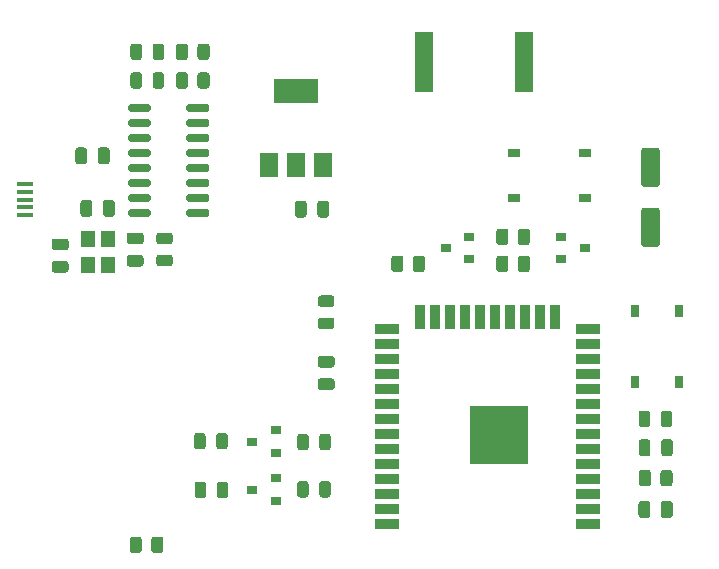
<source format=gtp>
G04 #@! TF.GenerationSoftware,KiCad,Pcbnew,(5.1.9-0-10_14)*
G04 #@! TF.CreationDate,2021-11-18T15:02:34+01:00*
G04 #@! TF.ProjectId,ithowifi_4l,6974686f-7769-4666-995f-346c2e6b6963,rev?*
G04 #@! TF.SameCoordinates,Original*
G04 #@! TF.FileFunction,Paste,Top*
G04 #@! TF.FilePolarity,Positive*
%FSLAX46Y46*%
G04 Gerber Fmt 4.6, Leading zero omitted, Abs format (unit mm)*
G04 Created by KiCad (PCBNEW (5.1.9-0-10_14)) date 2021-11-18 15:02:34*
%MOMM*%
%LPD*%
G01*
G04 APERTURE LIST*
%ADD10R,1.000000X0.750000*%
%ADD11R,1.200000X1.400000*%
%ADD12R,0.750000X1.000000*%
%ADD13R,1.350000X0.400000*%
%ADD14R,1.500000X2.000000*%
%ADD15R,3.800000X2.000000*%
%ADD16R,0.900000X0.800000*%
%ADD17R,2.000000X0.900000*%
%ADD18R,0.900000X2.000000*%
%ADD19R,5.000000X5.000000*%
%ADD20R,1.500000X5.080000*%
G04 APERTURE END LIST*
D10*
X98219000Y-117251000D03*
X104219000Y-117251000D03*
X104219000Y-121001000D03*
X98219000Y-121001000D03*
D11*
X63842000Y-124503000D03*
X63842000Y-126703000D03*
X62142000Y-126703000D03*
X62142000Y-124503000D03*
G36*
G01*
X70513400Y-113564600D02*
X70513400Y-113264600D01*
G75*
G02*
X70663400Y-113114600I150000J0D01*
G01*
X72313400Y-113114600D01*
G75*
G02*
X72463400Y-113264600I0J-150000D01*
G01*
X72463400Y-113564600D01*
G75*
G02*
X72313400Y-113714600I-150000J0D01*
G01*
X70663400Y-113714600D01*
G75*
G02*
X70513400Y-113564600I0J150000D01*
G01*
G37*
G36*
G01*
X70513400Y-114834600D02*
X70513400Y-114534600D01*
G75*
G02*
X70663400Y-114384600I150000J0D01*
G01*
X72313400Y-114384600D01*
G75*
G02*
X72463400Y-114534600I0J-150000D01*
G01*
X72463400Y-114834600D01*
G75*
G02*
X72313400Y-114984600I-150000J0D01*
G01*
X70663400Y-114984600D01*
G75*
G02*
X70513400Y-114834600I0J150000D01*
G01*
G37*
G36*
G01*
X70513400Y-116104600D02*
X70513400Y-115804600D01*
G75*
G02*
X70663400Y-115654600I150000J0D01*
G01*
X72313400Y-115654600D01*
G75*
G02*
X72463400Y-115804600I0J-150000D01*
G01*
X72463400Y-116104600D01*
G75*
G02*
X72313400Y-116254600I-150000J0D01*
G01*
X70663400Y-116254600D01*
G75*
G02*
X70513400Y-116104600I0J150000D01*
G01*
G37*
G36*
G01*
X70513400Y-117374600D02*
X70513400Y-117074600D01*
G75*
G02*
X70663400Y-116924600I150000J0D01*
G01*
X72313400Y-116924600D01*
G75*
G02*
X72463400Y-117074600I0J-150000D01*
G01*
X72463400Y-117374600D01*
G75*
G02*
X72313400Y-117524600I-150000J0D01*
G01*
X70663400Y-117524600D01*
G75*
G02*
X70513400Y-117374600I0J150000D01*
G01*
G37*
G36*
G01*
X70513400Y-118644600D02*
X70513400Y-118344600D01*
G75*
G02*
X70663400Y-118194600I150000J0D01*
G01*
X72313400Y-118194600D01*
G75*
G02*
X72463400Y-118344600I0J-150000D01*
G01*
X72463400Y-118644600D01*
G75*
G02*
X72313400Y-118794600I-150000J0D01*
G01*
X70663400Y-118794600D01*
G75*
G02*
X70513400Y-118644600I0J150000D01*
G01*
G37*
G36*
G01*
X70513400Y-119914600D02*
X70513400Y-119614600D01*
G75*
G02*
X70663400Y-119464600I150000J0D01*
G01*
X72313400Y-119464600D01*
G75*
G02*
X72463400Y-119614600I0J-150000D01*
G01*
X72463400Y-119914600D01*
G75*
G02*
X72313400Y-120064600I-150000J0D01*
G01*
X70663400Y-120064600D01*
G75*
G02*
X70513400Y-119914600I0J150000D01*
G01*
G37*
G36*
G01*
X70513400Y-121184600D02*
X70513400Y-120884600D01*
G75*
G02*
X70663400Y-120734600I150000J0D01*
G01*
X72313400Y-120734600D01*
G75*
G02*
X72463400Y-120884600I0J-150000D01*
G01*
X72463400Y-121184600D01*
G75*
G02*
X72313400Y-121334600I-150000J0D01*
G01*
X70663400Y-121334600D01*
G75*
G02*
X70513400Y-121184600I0J150000D01*
G01*
G37*
G36*
G01*
X70513400Y-122454600D02*
X70513400Y-122154600D01*
G75*
G02*
X70663400Y-122004600I150000J0D01*
G01*
X72313400Y-122004600D01*
G75*
G02*
X72463400Y-122154600I0J-150000D01*
G01*
X72463400Y-122454600D01*
G75*
G02*
X72313400Y-122604600I-150000J0D01*
G01*
X70663400Y-122604600D01*
G75*
G02*
X70513400Y-122454600I0J150000D01*
G01*
G37*
G36*
G01*
X65563400Y-122454600D02*
X65563400Y-122154600D01*
G75*
G02*
X65713400Y-122004600I150000J0D01*
G01*
X67363400Y-122004600D01*
G75*
G02*
X67513400Y-122154600I0J-150000D01*
G01*
X67513400Y-122454600D01*
G75*
G02*
X67363400Y-122604600I-150000J0D01*
G01*
X65713400Y-122604600D01*
G75*
G02*
X65563400Y-122454600I0J150000D01*
G01*
G37*
G36*
G01*
X65563400Y-121184600D02*
X65563400Y-120884600D01*
G75*
G02*
X65713400Y-120734600I150000J0D01*
G01*
X67363400Y-120734600D01*
G75*
G02*
X67513400Y-120884600I0J-150000D01*
G01*
X67513400Y-121184600D01*
G75*
G02*
X67363400Y-121334600I-150000J0D01*
G01*
X65713400Y-121334600D01*
G75*
G02*
X65563400Y-121184600I0J150000D01*
G01*
G37*
G36*
G01*
X65563400Y-119914600D02*
X65563400Y-119614600D01*
G75*
G02*
X65713400Y-119464600I150000J0D01*
G01*
X67363400Y-119464600D01*
G75*
G02*
X67513400Y-119614600I0J-150000D01*
G01*
X67513400Y-119914600D01*
G75*
G02*
X67363400Y-120064600I-150000J0D01*
G01*
X65713400Y-120064600D01*
G75*
G02*
X65563400Y-119914600I0J150000D01*
G01*
G37*
G36*
G01*
X65563400Y-118644600D02*
X65563400Y-118344600D01*
G75*
G02*
X65713400Y-118194600I150000J0D01*
G01*
X67363400Y-118194600D01*
G75*
G02*
X67513400Y-118344600I0J-150000D01*
G01*
X67513400Y-118644600D01*
G75*
G02*
X67363400Y-118794600I-150000J0D01*
G01*
X65713400Y-118794600D01*
G75*
G02*
X65563400Y-118644600I0J150000D01*
G01*
G37*
G36*
G01*
X65563400Y-117374600D02*
X65563400Y-117074600D01*
G75*
G02*
X65713400Y-116924600I150000J0D01*
G01*
X67363400Y-116924600D01*
G75*
G02*
X67513400Y-117074600I0J-150000D01*
G01*
X67513400Y-117374600D01*
G75*
G02*
X67363400Y-117524600I-150000J0D01*
G01*
X65713400Y-117524600D01*
G75*
G02*
X65563400Y-117374600I0J150000D01*
G01*
G37*
G36*
G01*
X65563400Y-116104600D02*
X65563400Y-115804600D01*
G75*
G02*
X65713400Y-115654600I150000J0D01*
G01*
X67363400Y-115654600D01*
G75*
G02*
X67513400Y-115804600I0J-150000D01*
G01*
X67513400Y-116104600D01*
G75*
G02*
X67363400Y-116254600I-150000J0D01*
G01*
X65713400Y-116254600D01*
G75*
G02*
X65563400Y-116104600I0J150000D01*
G01*
G37*
G36*
G01*
X65563400Y-114834600D02*
X65563400Y-114534600D01*
G75*
G02*
X65713400Y-114384600I150000J0D01*
G01*
X67363400Y-114384600D01*
G75*
G02*
X67513400Y-114534600I0J-150000D01*
G01*
X67513400Y-114834600D01*
G75*
G02*
X67363400Y-114984600I-150000J0D01*
G01*
X65713400Y-114984600D01*
G75*
G02*
X65563400Y-114834600I0J150000D01*
G01*
G37*
G36*
G01*
X65563400Y-113564600D02*
X65563400Y-113264600D01*
G75*
G02*
X65713400Y-113114600I150000J0D01*
G01*
X67363400Y-113114600D01*
G75*
G02*
X67513400Y-113264600I0J-150000D01*
G01*
X67513400Y-113564600D01*
G75*
G02*
X67363400Y-113714600I-150000J0D01*
G01*
X65713400Y-113714600D01*
G75*
G02*
X65563400Y-113564600I0J150000D01*
G01*
G37*
G36*
G01*
X65692000Y-125860000D02*
X66642000Y-125860000D01*
G75*
G02*
X66892000Y-126110000I0J-250000D01*
G01*
X66892000Y-126610000D01*
G75*
G02*
X66642000Y-126860000I-250000J0D01*
G01*
X65692000Y-126860000D01*
G75*
G02*
X65442000Y-126610000I0J250000D01*
G01*
X65442000Y-126110000D01*
G75*
G02*
X65692000Y-125860000I250000J0D01*
G01*
G37*
G36*
G01*
X65692000Y-123960000D02*
X66642000Y-123960000D01*
G75*
G02*
X66892000Y-124210000I0J-250000D01*
G01*
X66892000Y-124710000D01*
G75*
G02*
X66642000Y-124960000I-250000J0D01*
G01*
X65692000Y-124960000D01*
G75*
G02*
X65442000Y-124710000I0J250000D01*
G01*
X65442000Y-124210000D01*
G75*
G02*
X65692000Y-123960000I250000J0D01*
G01*
G37*
G36*
G01*
X62542000Y-121445000D02*
X62542000Y-122395000D01*
G75*
G02*
X62292000Y-122645000I-250000J0D01*
G01*
X61792000Y-122645000D01*
G75*
G02*
X61542000Y-122395000I0J250000D01*
G01*
X61542000Y-121445000D01*
G75*
G02*
X61792000Y-121195000I250000J0D01*
G01*
X62292000Y-121195000D01*
G75*
G02*
X62542000Y-121445000I0J-250000D01*
G01*
G37*
G36*
G01*
X64442000Y-121445000D02*
X64442000Y-122395000D01*
G75*
G02*
X64192000Y-122645000I-250000J0D01*
G01*
X63692000Y-122645000D01*
G75*
G02*
X63442000Y-122395000I0J250000D01*
G01*
X63442000Y-121445000D01*
G75*
G02*
X63692000Y-121195000I250000J0D01*
G01*
X64192000Y-121195000D01*
G75*
G02*
X64442000Y-121445000I0J-250000D01*
G01*
G37*
D12*
X108471000Y-136638000D03*
X108471000Y-130638000D03*
X112221000Y-130638000D03*
X112221000Y-136638000D03*
D13*
X56853200Y-122468000D03*
X56853200Y-121818000D03*
X56853200Y-121168000D03*
X56853200Y-120518000D03*
X56853200Y-119868000D03*
G36*
G01*
X110701200Y-142664200D02*
X110701200Y-141714200D01*
G75*
G02*
X110951200Y-141464200I250000J0D01*
G01*
X111451200Y-141464200D01*
G75*
G02*
X111701200Y-141714200I0J-250000D01*
G01*
X111701200Y-142664200D01*
G75*
G02*
X111451200Y-142914200I-250000J0D01*
G01*
X110951200Y-142914200D01*
G75*
G02*
X110701200Y-142664200I0J250000D01*
G01*
G37*
G36*
G01*
X108801200Y-142664200D02*
X108801200Y-141714200D01*
G75*
G02*
X109051200Y-141464200I250000J0D01*
G01*
X109551200Y-141464200D01*
G75*
G02*
X109801200Y-141714200I0J-250000D01*
G01*
X109801200Y-142664200D01*
G75*
G02*
X109551200Y-142914200I-250000J0D01*
G01*
X109051200Y-142914200D01*
G75*
G02*
X108801200Y-142664200I0J250000D01*
G01*
G37*
G36*
G01*
X80687800Y-121508500D02*
X80687800Y-122458500D01*
G75*
G02*
X80437800Y-122708500I-250000J0D01*
G01*
X79937800Y-122708500D01*
G75*
G02*
X79687800Y-122458500I0J250000D01*
G01*
X79687800Y-121508500D01*
G75*
G02*
X79937800Y-121258500I250000J0D01*
G01*
X80437800Y-121258500D01*
G75*
G02*
X80687800Y-121508500I0J-250000D01*
G01*
G37*
G36*
G01*
X82587800Y-121508500D02*
X82587800Y-122458500D01*
G75*
G02*
X82337800Y-122708500I-250000J0D01*
G01*
X81837800Y-122708500D01*
G75*
G02*
X81587800Y-122458500I0J250000D01*
G01*
X81587800Y-121508500D01*
G75*
G02*
X81837800Y-121258500I250000J0D01*
G01*
X82337800Y-121258500D01*
G75*
G02*
X82587800Y-121508500I0J-250000D01*
G01*
G37*
G36*
G01*
X98577500Y-124783002D02*
X98577500Y-123882998D01*
G75*
G02*
X98827498Y-123633000I249998J0D01*
G01*
X99352502Y-123633000D01*
G75*
G02*
X99602500Y-123882998I0J-249998D01*
G01*
X99602500Y-124783002D01*
G75*
G02*
X99352502Y-125033000I-249998J0D01*
G01*
X98827498Y-125033000D01*
G75*
G02*
X98577500Y-124783002I0J249998D01*
G01*
G37*
G36*
G01*
X96752500Y-124783002D02*
X96752500Y-123882998D01*
G75*
G02*
X97002498Y-123633000I249998J0D01*
G01*
X97527502Y-123633000D01*
G75*
G02*
X97777500Y-123882998I0J-249998D01*
G01*
X97777500Y-124783002D01*
G75*
G02*
X97527502Y-125033000I-249998J0D01*
G01*
X97002498Y-125033000D01*
G75*
G02*
X96752500Y-124783002I0J249998D01*
G01*
G37*
G36*
G01*
X70649500Y-108215998D02*
X70649500Y-109116002D01*
G75*
G02*
X70399502Y-109366000I-249998J0D01*
G01*
X69874498Y-109366000D01*
G75*
G02*
X69624500Y-109116002I0J249998D01*
G01*
X69624500Y-108215998D01*
G75*
G02*
X69874498Y-107966000I249998J0D01*
G01*
X70399502Y-107966000D01*
G75*
G02*
X70649500Y-108215998I0J-249998D01*
G01*
G37*
G36*
G01*
X72474500Y-108215998D02*
X72474500Y-109116002D01*
G75*
G02*
X72224502Y-109366000I-249998J0D01*
G01*
X71699498Y-109366000D01*
G75*
G02*
X71449500Y-109116002I0J249998D01*
G01*
X71449500Y-108215998D01*
G75*
G02*
X71699498Y-107966000I249998J0D01*
G01*
X72224502Y-107966000D01*
G75*
G02*
X72474500Y-108215998I0J-249998D01*
G01*
G37*
G36*
G01*
X70649500Y-110641998D02*
X70649500Y-111542002D01*
G75*
G02*
X70399502Y-111792000I-249998J0D01*
G01*
X69874498Y-111792000D01*
G75*
G02*
X69624500Y-111542002I0J249998D01*
G01*
X69624500Y-110641998D01*
G75*
G02*
X69874498Y-110392000I249998J0D01*
G01*
X70399502Y-110392000D01*
G75*
G02*
X70649500Y-110641998I0J-249998D01*
G01*
G37*
G36*
G01*
X72474500Y-110641998D02*
X72474500Y-111542002D01*
G75*
G02*
X72224502Y-111792000I-249998J0D01*
G01*
X71699498Y-111792000D01*
G75*
G02*
X71449500Y-111542002I0J249998D01*
G01*
X71449500Y-110641998D01*
G75*
G02*
X71699498Y-110392000I249998J0D01*
G01*
X72224502Y-110392000D01*
G75*
G02*
X72474500Y-110641998I0J-249998D01*
G01*
G37*
G36*
G01*
X66742500Y-149951998D02*
X66742500Y-150852002D01*
G75*
G02*
X66492502Y-151102000I-249998J0D01*
G01*
X65967498Y-151102000D01*
G75*
G02*
X65717500Y-150852002I0J249998D01*
G01*
X65717500Y-149951998D01*
G75*
G02*
X65967498Y-149702000I249998J0D01*
G01*
X66492502Y-149702000D01*
G75*
G02*
X66742500Y-149951998I0J-249998D01*
G01*
G37*
G36*
G01*
X68567500Y-149951998D02*
X68567500Y-150852002D01*
G75*
G02*
X68317502Y-151102000I-249998J0D01*
G01*
X67792498Y-151102000D01*
G75*
G02*
X67542500Y-150852002I0J249998D01*
G01*
X67542500Y-149951998D01*
G75*
G02*
X67792498Y-149702000I249998J0D01*
G01*
X68317502Y-149702000D01*
G75*
G02*
X68567500Y-149951998I0J-249998D01*
G01*
G37*
G36*
G01*
X62100000Y-117000000D02*
X62100000Y-117950000D01*
G75*
G02*
X61850000Y-118200000I-250000J0D01*
G01*
X61350000Y-118200000D01*
G75*
G02*
X61100000Y-117950000I0J250000D01*
G01*
X61100000Y-117000000D01*
G75*
G02*
X61350000Y-116750000I250000J0D01*
G01*
X61850000Y-116750000D01*
G75*
G02*
X62100000Y-117000000I0J-250000D01*
G01*
G37*
G36*
G01*
X64000000Y-117000000D02*
X64000000Y-117950000D01*
G75*
G02*
X63750000Y-118200000I-250000J0D01*
G01*
X63250000Y-118200000D01*
G75*
G02*
X63000000Y-117950000I0J250000D01*
G01*
X63000000Y-117000000D01*
G75*
G02*
X63250000Y-116750000I250000J0D01*
G01*
X63750000Y-116750000D01*
G75*
G02*
X64000000Y-117000000I0J-250000D01*
G01*
G37*
G36*
G01*
X60292000Y-125468000D02*
X59342000Y-125468000D01*
G75*
G02*
X59092000Y-125218000I0J250000D01*
G01*
X59092000Y-124718000D01*
G75*
G02*
X59342000Y-124468000I250000J0D01*
G01*
X60292000Y-124468000D01*
G75*
G02*
X60542000Y-124718000I0J-250000D01*
G01*
X60542000Y-125218000D01*
G75*
G02*
X60292000Y-125468000I-250000J0D01*
G01*
G37*
G36*
G01*
X60292000Y-127368000D02*
X59342000Y-127368000D01*
G75*
G02*
X59092000Y-127118000I0J250000D01*
G01*
X59092000Y-126618000D01*
G75*
G02*
X59342000Y-126368000I250000J0D01*
G01*
X60292000Y-126368000D01*
G75*
G02*
X60542000Y-126618000I0J-250000D01*
G01*
X60542000Y-127118000D01*
G75*
G02*
X60292000Y-127368000I-250000J0D01*
G01*
G37*
D14*
X77477300Y-118267500D03*
X82077300Y-118267500D03*
X79777300Y-118267500D03*
D15*
X79777300Y-111967500D03*
G36*
G01*
X88887500Y-126168998D02*
X88887500Y-127069002D01*
G75*
G02*
X88637502Y-127319000I-249998J0D01*
G01*
X88112498Y-127319000D01*
G75*
G02*
X87862500Y-127069002I0J249998D01*
G01*
X87862500Y-126168998D01*
G75*
G02*
X88112498Y-125919000I249998J0D01*
G01*
X88637502Y-125919000D01*
G75*
G02*
X88887500Y-126168998I0J-249998D01*
G01*
G37*
G36*
G01*
X90712500Y-126168998D02*
X90712500Y-127069002D01*
G75*
G02*
X90462502Y-127319000I-249998J0D01*
G01*
X89937498Y-127319000D01*
G75*
G02*
X89687500Y-127069002I0J249998D01*
G01*
X89687500Y-126168998D01*
G75*
G02*
X89937498Y-125919000I249998J0D01*
G01*
X90462502Y-125919000D01*
G75*
G02*
X90712500Y-126168998I0J-249998D01*
G01*
G37*
G36*
G01*
X110642500Y-145204602D02*
X110642500Y-144304598D01*
G75*
G02*
X110892498Y-144054600I249998J0D01*
G01*
X111417502Y-144054600D01*
G75*
G02*
X111667500Y-144304598I0J-249998D01*
G01*
X111667500Y-145204602D01*
G75*
G02*
X111417502Y-145454600I-249998J0D01*
G01*
X110892498Y-145454600D01*
G75*
G02*
X110642500Y-145204602I0J249998D01*
G01*
G37*
G36*
G01*
X108817500Y-145204602D02*
X108817500Y-144304598D01*
G75*
G02*
X109067498Y-144054600I249998J0D01*
G01*
X109592502Y-144054600D01*
G75*
G02*
X109842500Y-144304598I0J-249998D01*
G01*
X109842500Y-145204602D01*
G75*
G02*
X109592502Y-145454600I-249998J0D01*
G01*
X109067498Y-145454600D01*
G75*
G02*
X108817500Y-145204602I0J249998D01*
G01*
G37*
G36*
G01*
X97777500Y-126168998D02*
X97777500Y-127069002D01*
G75*
G02*
X97527502Y-127319000I-249998J0D01*
G01*
X97002498Y-127319000D01*
G75*
G02*
X96752500Y-127069002I0J249998D01*
G01*
X96752500Y-126168998D01*
G75*
G02*
X97002498Y-125919000I249998J0D01*
G01*
X97527502Y-125919000D01*
G75*
G02*
X97777500Y-126168998I0J-249998D01*
G01*
G37*
G36*
G01*
X99602500Y-126168998D02*
X99602500Y-127069002D01*
G75*
G02*
X99352502Y-127319000I-249998J0D01*
G01*
X98827498Y-127319000D01*
G75*
G02*
X98577500Y-127069002I0J249998D01*
G01*
X98577500Y-126168998D01*
G75*
G02*
X98827498Y-125919000I249998J0D01*
G01*
X99352502Y-125919000D01*
G75*
G02*
X99602500Y-126168998I0J-249998D01*
G01*
G37*
D16*
X92455000Y-125256000D03*
X94455000Y-124306000D03*
X94455000Y-126206000D03*
X104250000Y-125256000D03*
X102250000Y-126206000D03*
X102250000Y-124306000D03*
G36*
G01*
X109782000Y-146937500D02*
X109782000Y-147887500D01*
G75*
G02*
X109532000Y-148137500I-250000J0D01*
G01*
X109032000Y-148137500D01*
G75*
G02*
X108782000Y-147887500I0J250000D01*
G01*
X108782000Y-146937500D01*
G75*
G02*
X109032000Y-146687500I250000J0D01*
G01*
X109532000Y-146687500D01*
G75*
G02*
X109782000Y-146937500I0J-250000D01*
G01*
G37*
G36*
G01*
X111682000Y-146937500D02*
X111682000Y-147887500D01*
G75*
G02*
X111432000Y-148137500I-250000J0D01*
G01*
X110932000Y-148137500D01*
G75*
G02*
X110682000Y-147887500I0J250000D01*
G01*
X110682000Y-146937500D01*
G75*
G02*
X110932000Y-146687500I250000J0D01*
G01*
X111432000Y-146687500D01*
G75*
G02*
X111682000Y-146937500I0J-250000D01*
G01*
G37*
G36*
G01*
X81867500Y-136308000D02*
X82817500Y-136308000D01*
G75*
G02*
X83067500Y-136558000I0J-250000D01*
G01*
X83067500Y-137058000D01*
G75*
G02*
X82817500Y-137308000I-250000J0D01*
G01*
X81867500Y-137308000D01*
G75*
G02*
X81617500Y-137058000I0J250000D01*
G01*
X81617500Y-136558000D01*
G75*
G02*
X81867500Y-136308000I250000J0D01*
G01*
G37*
G36*
G01*
X81867500Y-134408000D02*
X82817500Y-134408000D01*
G75*
G02*
X83067500Y-134658000I0J-250000D01*
G01*
X83067500Y-135158000D01*
G75*
G02*
X82817500Y-135408000I-250000J0D01*
G01*
X81867500Y-135408000D01*
G75*
G02*
X81617500Y-135158000I0J250000D01*
G01*
X81617500Y-134658000D01*
G75*
G02*
X81867500Y-134408000I250000J0D01*
G01*
G37*
G36*
G01*
X110357000Y-120114000D02*
X109257000Y-120114000D01*
G75*
G02*
X109007000Y-119864000I0J250000D01*
G01*
X109007000Y-117039000D01*
G75*
G02*
X109257000Y-116789000I250000J0D01*
G01*
X110357000Y-116789000D01*
G75*
G02*
X110607000Y-117039000I0J-250000D01*
G01*
X110607000Y-119864000D01*
G75*
G02*
X110357000Y-120114000I-250000J0D01*
G01*
G37*
G36*
G01*
X110357000Y-125189000D02*
X109257000Y-125189000D01*
G75*
G02*
X109007000Y-124939000I0J250000D01*
G01*
X109007000Y-122114000D01*
G75*
G02*
X109257000Y-121864000I250000J0D01*
G01*
X110357000Y-121864000D01*
G75*
G02*
X110607000Y-122114000I0J-250000D01*
G01*
X110607000Y-124939000D01*
G75*
G02*
X110357000Y-125189000I-250000J0D01*
G01*
G37*
D17*
X87477600Y-148615400D03*
X87477600Y-147345400D03*
X87477600Y-146075400D03*
X87477600Y-144805400D03*
X87477600Y-143535400D03*
X87477600Y-142265400D03*
X87477600Y-140995400D03*
X87477600Y-139725400D03*
X87477600Y-138455400D03*
X87477600Y-137185400D03*
X87477600Y-135915400D03*
X87477600Y-134645400D03*
X87477600Y-133375400D03*
X87477600Y-132105400D03*
D18*
X90262600Y-131105400D03*
X91532600Y-131105400D03*
X92802600Y-131105400D03*
X94072600Y-131105400D03*
X95342600Y-131105400D03*
X96612600Y-131105400D03*
X97882600Y-131105400D03*
X99152600Y-131105400D03*
X100422600Y-131105400D03*
X101692600Y-131105400D03*
D17*
X104477600Y-132105400D03*
X104477600Y-133375400D03*
X104477600Y-134645400D03*
X104477600Y-135915400D03*
X104477600Y-137185400D03*
X104477600Y-138455400D03*
X104477600Y-139725400D03*
X104477600Y-140995400D03*
X104477600Y-142265400D03*
X104477600Y-143535400D03*
X104477600Y-144805400D03*
X104477600Y-146075400D03*
X104477600Y-147345400D03*
X104477600Y-148615400D03*
D19*
X96977600Y-141115400D03*
G36*
G01*
X109769000Y-139277750D02*
X109769000Y-140190250D01*
G75*
G02*
X109525250Y-140434000I-243750J0D01*
G01*
X109037750Y-140434000D01*
G75*
G02*
X108794000Y-140190250I0J243750D01*
G01*
X108794000Y-139277750D01*
G75*
G02*
X109037750Y-139034000I243750J0D01*
G01*
X109525250Y-139034000D01*
G75*
G02*
X109769000Y-139277750I0J-243750D01*
G01*
G37*
G36*
G01*
X111644000Y-139277750D02*
X111644000Y-140190250D01*
G75*
G02*
X111400250Y-140434000I-243750J0D01*
G01*
X110912750Y-140434000D01*
G75*
G02*
X110669000Y-140190250I0J243750D01*
G01*
X110669000Y-139277750D01*
G75*
G02*
X110912750Y-139034000I243750J0D01*
G01*
X111400250Y-139034000D01*
G75*
G02*
X111644000Y-139277750I0J-243750D01*
G01*
G37*
G36*
G01*
X67649500Y-111548250D02*
X67649500Y-110635750D01*
G75*
G02*
X67893250Y-110392000I243750J0D01*
G01*
X68380750Y-110392000D01*
G75*
G02*
X68624500Y-110635750I0J-243750D01*
G01*
X68624500Y-111548250D01*
G75*
G02*
X68380750Y-111792000I-243750J0D01*
G01*
X67893250Y-111792000D01*
G75*
G02*
X67649500Y-111548250I0J243750D01*
G01*
G37*
G36*
G01*
X65774500Y-111548250D02*
X65774500Y-110635750D01*
G75*
G02*
X66018250Y-110392000I243750J0D01*
G01*
X66505750Y-110392000D01*
G75*
G02*
X66749500Y-110635750I0J-243750D01*
G01*
X66749500Y-111548250D01*
G75*
G02*
X66505750Y-111792000I-243750J0D01*
G01*
X66018250Y-111792000D01*
G75*
G02*
X65774500Y-111548250I0J243750D01*
G01*
G37*
G36*
G01*
X81886250Y-131167000D02*
X82798750Y-131167000D01*
G75*
G02*
X83042500Y-131410750I0J-243750D01*
G01*
X83042500Y-131898250D01*
G75*
G02*
X82798750Y-132142000I-243750J0D01*
G01*
X81886250Y-132142000D01*
G75*
G02*
X81642500Y-131898250I0J243750D01*
G01*
X81642500Y-131410750D01*
G75*
G02*
X81886250Y-131167000I243750J0D01*
G01*
G37*
G36*
G01*
X81886250Y-129292000D02*
X82798750Y-129292000D01*
G75*
G02*
X83042500Y-129535750I0J-243750D01*
G01*
X83042500Y-130023250D01*
G75*
G02*
X82798750Y-130267000I-243750J0D01*
G01*
X81886250Y-130267000D01*
G75*
G02*
X81642500Y-130023250I0J243750D01*
G01*
X81642500Y-129535750D01*
G75*
G02*
X81886250Y-129292000I243750J0D01*
G01*
G37*
D20*
X90631400Y-109548400D03*
X99131400Y-109548400D03*
G36*
G01*
X67649500Y-109122250D02*
X67649500Y-108209750D01*
G75*
G02*
X67893250Y-107966000I243750J0D01*
G01*
X68380750Y-107966000D01*
G75*
G02*
X68624500Y-108209750I0J-243750D01*
G01*
X68624500Y-109122250D01*
G75*
G02*
X68380750Y-109366000I-243750J0D01*
G01*
X67893250Y-109366000D01*
G75*
G02*
X67649500Y-109122250I0J243750D01*
G01*
G37*
G36*
G01*
X65774500Y-109122250D02*
X65774500Y-108209750D01*
G75*
G02*
X66018250Y-107966000I243750J0D01*
G01*
X66505750Y-107966000D01*
G75*
G02*
X66749500Y-108209750I0J-243750D01*
G01*
X66749500Y-109122250D01*
G75*
G02*
X66505750Y-109366000I-243750J0D01*
G01*
X66018250Y-109366000D01*
G75*
G02*
X65774500Y-109122250I0J243750D01*
G01*
G37*
G36*
G01*
X68199950Y-125847500D02*
X69112450Y-125847500D01*
G75*
G02*
X69356200Y-126091250I0J-243750D01*
G01*
X69356200Y-126578750D01*
G75*
G02*
X69112450Y-126822500I-243750J0D01*
G01*
X68199950Y-126822500D01*
G75*
G02*
X67956200Y-126578750I0J243750D01*
G01*
X67956200Y-126091250D01*
G75*
G02*
X68199950Y-125847500I243750J0D01*
G01*
G37*
G36*
G01*
X68199950Y-123972500D02*
X69112450Y-123972500D01*
G75*
G02*
X69356200Y-124216250I0J-243750D01*
G01*
X69356200Y-124703750D01*
G75*
G02*
X69112450Y-124947500I-243750J0D01*
G01*
X68199950Y-124947500D01*
G75*
G02*
X67956200Y-124703750I0J243750D01*
G01*
X67956200Y-124216250D01*
G75*
G02*
X68199950Y-123972500I243750J0D01*
G01*
G37*
G36*
G01*
X72128500Y-141170250D02*
X72128500Y-142082750D01*
G75*
G02*
X71884750Y-142326500I-243750J0D01*
G01*
X71397250Y-142326500D01*
G75*
G02*
X71153500Y-142082750I0J243750D01*
G01*
X71153500Y-141170250D01*
G75*
G02*
X71397250Y-140926500I243750J0D01*
G01*
X71884750Y-140926500D01*
G75*
G02*
X72128500Y-141170250I0J-243750D01*
G01*
G37*
G36*
G01*
X74003500Y-141170250D02*
X74003500Y-142082750D01*
G75*
G02*
X73759750Y-142326500I-243750J0D01*
G01*
X73272250Y-142326500D01*
G75*
G02*
X73028500Y-142082750I0J243750D01*
G01*
X73028500Y-141170250D01*
G75*
G02*
X73272250Y-140926500I243750J0D01*
G01*
X73759750Y-140926500D01*
G75*
G02*
X74003500Y-141170250I0J-243750D01*
G01*
G37*
G36*
G01*
X72181000Y-145298750D02*
X72181000Y-146211250D01*
G75*
G02*
X71937250Y-146455000I-243750J0D01*
G01*
X71449750Y-146455000D01*
G75*
G02*
X71206000Y-146211250I0J243750D01*
G01*
X71206000Y-145298750D01*
G75*
G02*
X71449750Y-145055000I243750J0D01*
G01*
X71937250Y-145055000D01*
G75*
G02*
X72181000Y-145298750I0J-243750D01*
G01*
G37*
G36*
G01*
X74056000Y-145298750D02*
X74056000Y-146211250D01*
G75*
G02*
X73812250Y-146455000I-243750J0D01*
G01*
X73324750Y-146455000D01*
G75*
G02*
X73081000Y-146211250I0J243750D01*
G01*
X73081000Y-145298750D01*
G75*
G02*
X73324750Y-145055000I243750J0D01*
G01*
X73812250Y-145055000D01*
G75*
G02*
X74056000Y-145298750I0J-243750D01*
G01*
G37*
G36*
G01*
X81761500Y-142158750D02*
X81761500Y-141246250D01*
G75*
G02*
X82005250Y-141002500I243750J0D01*
G01*
X82492750Y-141002500D01*
G75*
G02*
X82736500Y-141246250I0J-243750D01*
G01*
X82736500Y-142158750D01*
G75*
G02*
X82492750Y-142402500I-243750J0D01*
G01*
X82005250Y-142402500D01*
G75*
G02*
X81761500Y-142158750I0J243750D01*
G01*
G37*
G36*
G01*
X79886500Y-142158750D02*
X79886500Y-141246250D01*
G75*
G02*
X80130250Y-141002500I243750J0D01*
G01*
X80617750Y-141002500D01*
G75*
G02*
X80861500Y-141246250I0J-243750D01*
G01*
X80861500Y-142158750D01*
G75*
G02*
X80617750Y-142402500I-243750J0D01*
G01*
X80130250Y-142402500D01*
G75*
G02*
X79886500Y-142158750I0J243750D01*
G01*
G37*
G36*
G01*
X81761500Y-146159250D02*
X81761500Y-145246750D01*
G75*
G02*
X82005250Y-145003000I243750J0D01*
G01*
X82492750Y-145003000D01*
G75*
G02*
X82736500Y-145246750I0J-243750D01*
G01*
X82736500Y-146159250D01*
G75*
G02*
X82492750Y-146403000I-243750J0D01*
G01*
X82005250Y-146403000D01*
G75*
G02*
X81761500Y-146159250I0J243750D01*
G01*
G37*
G36*
G01*
X79886500Y-146159250D02*
X79886500Y-145246750D01*
G75*
G02*
X80130250Y-145003000I243750J0D01*
G01*
X80617750Y-145003000D01*
G75*
G02*
X80861500Y-145246750I0J-243750D01*
G01*
X80861500Y-146159250D01*
G75*
G02*
X80617750Y-146403000I-243750J0D01*
G01*
X80130250Y-146403000D01*
G75*
G02*
X79886500Y-146159250I0J243750D01*
G01*
G37*
D16*
X76061000Y-141667100D03*
X78061000Y-140717100D03*
X78061000Y-142617100D03*
X76061000Y-145729600D03*
X78061000Y-144779600D03*
X78061000Y-146679600D03*
M02*

</source>
